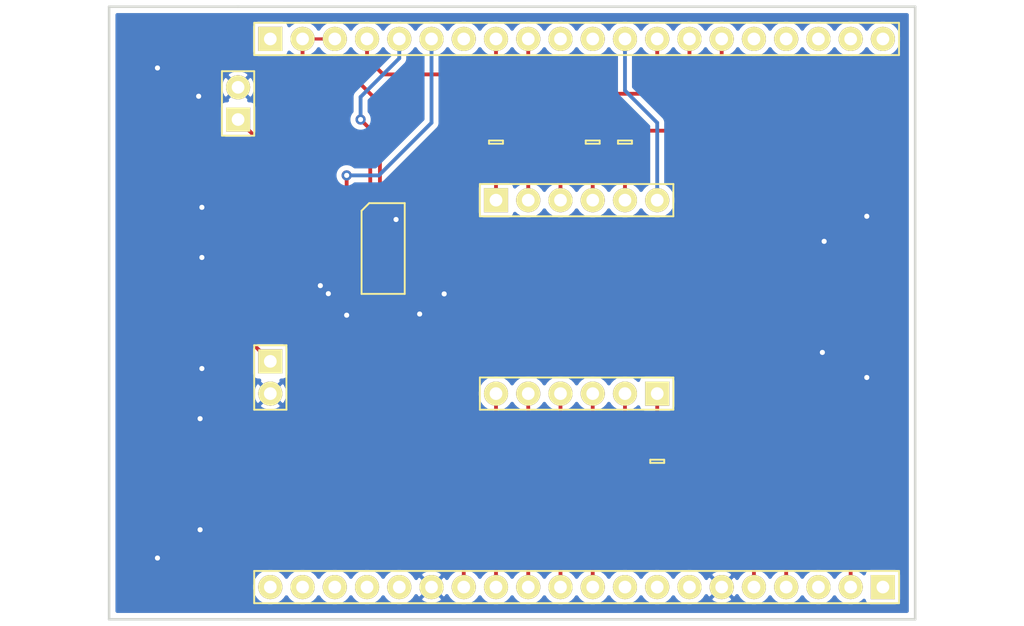
<source format=kicad_pcb>
(kicad_pcb (version 20171130) (host pcbnew 5.0.0-rc2-dev-unknown-5ef715f~63~ubuntu16.04.1)
  (layers (0 F.Cu signal) (31 B.Cu signal) (34 B.Paste user) (35 F.Paste user) (36 B.SilkS user) (37 F.SilkS user) (38 B.Mask user) (39 F.Mask user) (44 Edge.Cuts user))
  (net 0 "")
  (net 1 5v)
  (net 2 /DATA_IN)
  (net 3 /CLK_IN)
  (net 4 GND)
  (net 5 /CLK_IN_3v3)
  (net 6 /DATA_IN_3v3)
  (net 7 3v3)
  (net 8 /DISP_12)
  (net 9 /DISP_11)
  (net 10 /DISP_10)
  (net 11 /DISP_9)
  (net 12 /DISP_8)
  (net 13 /DISP_7)
  (net 14 /TRIGGER_OUT)
  (net 15 /DISP_1)
  (net 16 /CLK_OUT)
  (net 17 /DISP_2)
  (net 18 /DISP_3)
  (net 19 /DISP_6)
  (net 20 /DISP_4)
  (net 21 /DISP_5)
  (net 22 "Net-(J3-Pad1)")
  (net 23 "Net-(J3-Pad4)")
  (net 24 "Net-(J3-Pad5)")
  (net 25 "Net-(J4-Pad1)")
  (module agg:TSSOP-24 (layer F.Cu) (at 57.15 46.99)
    (fp_text reference IC1)
    (fp_text value SN74LVC4245A)
    (fp_line (start -1.1 -3.575) (end 1.7 -3.575) (layer F.SilkS) (width 0.15))
    (fp_line (start 1.7 -3.575) (end 1.7 3.575) (layer F.SilkS) (width 0.15))
    (fp_line (start 1.7 3.575) (end -1.7 3.575) (layer F.SilkS) (width 0.15))
    (fp_line (start -1.7 3.575) (end -1.7 -2.975) (layer F.SilkS) (width 0.15))
    (fp_line (start -1.7 -2.975) (end -1.1 -3.575) (layer F.SilkS) (width 0.15))
    (pad 1 smd rect (at -2.875 -3.575) (size 1.35 0.45) (layers F.Cu F.Paste F.Mask) (net 1 5v))
    (pad 2 smd rect (at -2.875 -2.925) (size 1.35 0.45) (layers F.Cu F.Paste F.Mask) (net 1 5v))
    (pad 3 smd rect (at -2.875 -2.275) (size 1.35 0.45) (layers F.Cu F.Paste F.Mask) (net 2 /DATA_IN))
    (pad 4 smd rect (at -2.875 -1.625) (size 1.35 0.45) (layers F.Cu F.Paste F.Mask) (net 3 /CLK_IN))
    (pad 5 smd rect (at -2.875 -0.975) (size 1.35 0.45) (layers F.Cu F.Paste F.Mask))
    (pad 6 smd rect (at -2.875 -0.325) (size 1.35 0.45) (layers F.Cu F.Paste F.Mask))
    (pad 7 smd rect (at -2.875 0.325) (size 1.35 0.45) (layers F.Cu F.Paste F.Mask))
    (pad 8 smd rect (at -2.875 0.975) (size 1.35 0.45) (layers F.Cu F.Paste F.Mask))
    (pad 9 smd rect (at -2.875 1.625) (size 1.35 0.45) (layers F.Cu F.Paste F.Mask))
    (pad 10 smd rect (at -2.875 2.275) (size 1.35 0.45) (layers F.Cu F.Paste F.Mask))
    (pad 11 smd rect (at -2.875 2.925) (size 1.35 0.45) (layers F.Cu F.Paste F.Mask) (net 4 GND))
    (pad 12 smd rect (at -2.875 3.575) (size 1.35 0.45) (layers F.Cu F.Paste F.Mask) (net 4 GND))
    (pad 13 smd rect (at 2.875 3.575) (size 1.35 0.45) (layers F.Cu F.Paste F.Mask) (net 4 GND))
    (pad 14 smd rect (at 2.875 2.925) (size 1.35 0.45) (layers F.Cu F.Paste F.Mask))
    (pad 15 smd rect (at 2.875 2.275) (size 1.35 0.45) (layers F.Cu F.Paste F.Mask))
    (pad 16 smd rect (at 2.875 1.625) (size 1.35 0.45) (layers F.Cu F.Paste F.Mask))
    (pad 17 smd rect (at 2.875 0.975) (size 1.35 0.45) (layers F.Cu F.Paste F.Mask))
    (pad 18 smd rect (at 2.875 0.325) (size 1.35 0.45) (layers F.Cu F.Paste F.Mask))
    (pad 19 smd rect (at 2.875 -0.325) (size 1.35 0.45) (layers F.Cu F.Paste F.Mask))
    (pad 20 smd rect (at 2.875 -0.975) (size 1.35 0.45) (layers F.Cu F.Paste F.Mask) (net 5 /CLK_IN_3v3))
    (pad 21 smd rect (at 2.875 -1.625) (size 1.35 0.45) (layers F.Cu F.Paste F.Mask) (net 6 /DATA_IN_3v3))
    (pad 22 smd rect (at 2.875 -2.275) (size 1.35 0.45) (layers F.Cu F.Paste F.Mask) (net 4 GND))
    (pad 23 smd rect (at 2.875 -2.925) (size 1.35 0.45) (layers F.Cu F.Paste F.Mask) (net 7 3v3))
    (pad 24 smd rect (at 2.875 -3.575) (size 1.35 0.45) (layers F.Cu F.Paste F.Mask) (net 7 3v3))
  )
  (module agg:SIL-254P-20 (layer F.Cu) (at 72.389999 73.66 180)
    (fp_text reference J1)
    (fp_text value GPIO0_EVEN)
    (fp_line (start -25.4 1.27) (end -25.4 -1.27) (layer F.SilkS) (width 0.15))
    (fp_line (start 25.4 1.27) (end -25.4 1.27) (layer F.SilkS) (width 0.15))
    (fp_line (start 25.4 -1.27) (end 25.4 1.27) (layer F.SilkS) (width 0.15))
    (fp_line (start -25.4 -1.27) (end 25.4 -1.27) (layer F.SilkS) (width 0.15))
    (pad 20 thru_hole circle (at 24.13 0 180) (size 1.9 1.9) (drill 1) (layers *.Cu *.Mask F.SilkS))
    (pad 19 thru_hole circle (at 21.59 0 180) (size 1.9 1.9) (drill 1) (layers *.Cu *.Mask F.SilkS))
    (pad 18 thru_hole circle (at 19.05 0 180) (size 1.9 1.9) (drill 1) (layers *.Cu *.Mask F.SilkS))
    (pad 17 thru_hole circle (at 16.51 0 180) (size 1.9 1.9) (drill 1) (layers *.Cu *.Mask F.SilkS))
    (pad 16 thru_hole circle (at 13.97 0 180) (size 1.9 1.9) (drill 1) (layers *.Cu *.Mask F.SilkS))
    (pad 15 thru_hole circle (at 11.43 0 180) (size 1.9 1.9) (drill 1) (layers *.Cu *.Mask F.SilkS) (net 4 GND))
    (pad 14 thru_hole circle (at 8.89 0 180) (size 1.9 1.9) (drill 1) (layers *.Cu *.Mask F.SilkS) (net 8 /DISP_12))
    (pad 13 thru_hole circle (at 6.35 0 180) (size 1.9 1.9) (drill 1) (layers *.Cu *.Mask F.SilkS) (net 9 /DISP_11))
    (pad 12 thru_hole circle (at 3.81 0 180) (size 1.9 1.9) (drill 1) (layers *.Cu *.Mask F.SilkS) (net 10 /DISP_10))
    (pad 11 thru_hole circle (at 1.27 0 180) (size 1.9 1.9) (drill 1) (layers *.Cu *.Mask F.SilkS) (net 11 /DISP_9))
    (pad 10 thru_hole circle (at -1.27 0 180) (size 1.9 1.9) (drill 1) (layers *.Cu *.Mask F.SilkS) (net 12 /DISP_8))
    (pad 9 thru_hole circle (at -3.81 0 180) (size 1.9 1.9) (drill 1) (layers *.Cu *.Mask F.SilkS))
    (pad 8 thru_hole circle (at -6.35 0 180) (size 1.9 1.9) (drill 1) (layers *.Cu *.Mask F.SilkS))
    (pad 7 thru_hole circle (at -8.89 0 180) (size 1.9 1.9) (drill 1) (layers *.Cu *.Mask F.SilkS))
    (pad 6 thru_hole circle (at -11.43 0 180) (size 1.9 1.9) (drill 1) (layers *.Cu *.Mask F.SilkS) (net 4 GND))
    (pad 5 thru_hole circle (at -13.97 0 180) (size 1.9 1.9) (drill 1) (layers *.Cu *.Mask F.SilkS) (net 13 /DISP_7))
    (pad 4 thru_hole circle (at -16.51 0 180) (size 1.9 1.9) (drill 1) (layers *.Cu *.Mask F.SilkS) (net 6 /DATA_IN_3v3))
    (pad 3 thru_hole circle (at -19.05 0 180) (size 1.9 1.9) (drill 1) (layers *.Cu *.Mask F.SilkS))
    (pad 2 thru_hole circle (at -21.59 0 180) (size 1.9 1.9) (drill 1) (layers *.Cu *.Mask F.SilkS) (net 14 /TRIGGER_OUT))
    (pad 1 thru_hole rect (at -24.13 0 180) (size 1.9 1.9) (drill 1) (layers *.Cu *.Mask F.SilkS))
  )
  (module agg:SIL-254P-20 (layer F.Cu) (at 72.39 30.48)
    (fp_text reference J2)
    (fp_text value GPIO1_ODD)
    (fp_line (start -25.4 -1.27) (end 25.4 -1.27) (layer F.SilkS) (width 0.15))
    (fp_line (start 25.4 -1.27) (end 25.4 1.27) (layer F.SilkS) (width 0.15))
    (fp_line (start 25.4 1.27) (end -25.4 1.27) (layer F.SilkS) (width 0.15))
    (fp_line (start -25.4 1.27) (end -25.4 -1.27) (layer F.SilkS) (width 0.15))
    (pad 1 thru_hole rect (at -24.13 0) (size 1.9 1.9) (drill 1) (layers *.Cu *.Mask F.SilkS))
    (pad 2 thru_hole circle (at -21.59 0) (size 1.9 1.9) (drill 1) (layers *.Cu *.Mask F.SilkS) (net 5 /CLK_IN_3v3))
    (pad 3 thru_hole circle (at -19.05 0) (size 1.9 1.9) (drill 1) (layers *.Cu *.Mask F.SilkS) (net 5 /CLK_IN_3v3))
    (pad 4 thru_hole circle (at -16.51 0) (size 1.9 1.9) (drill 1) (layers *.Cu *.Mask F.SilkS) (net 15 /DISP_1))
    (pad 5 thru_hole circle (at -13.97 0) (size 1.9 1.9) (drill 1) (layers *.Cu *.Mask F.SilkS) (net 16 /CLK_OUT))
    (pad 6 thru_hole circle (at -11.43 0) (size 1.9 1.9) (drill 1) (layers *.Cu *.Mask F.SilkS) (net 1 5v))
    (pad 7 thru_hole circle (at -8.89 0) (size 1.9 1.9) (drill 1) (layers *.Cu *.Mask F.SilkS))
    (pad 8 thru_hole circle (at -6.35 0) (size 1.9 1.9) (drill 1) (layers *.Cu *.Mask F.SilkS) (net 17 /DISP_2))
    (pad 9 thru_hole circle (at -3.81 0) (size 1.9 1.9) (drill 1) (layers *.Cu *.Mask F.SilkS) (net 18 /DISP_3))
    (pad 10 thru_hole circle (at -1.27 0) (size 1.9 1.9) (drill 1) (layers *.Cu *.Mask F.SilkS))
    (pad 11 thru_hole circle (at 1.27 0) (size 1.9 1.9) (drill 1) (layers *.Cu *.Mask F.SilkS))
    (pad 12 thru_hole circle (at 3.81 0) (size 1.9 1.9) (drill 1) (layers *.Cu *.Mask F.SilkS) (net 19 /DISP_6))
    (pad 13 thru_hole circle (at 6.35 0) (size 1.9 1.9) (drill 1) (layers *.Cu *.Mask F.SilkS) (net 20 /DISP_4))
    (pad 14 thru_hole circle (at 8.89 0) (size 1.9 1.9) (drill 1) (layers *.Cu *.Mask F.SilkS) (net 21 /DISP_5))
    (pad 15 thru_hole circle (at 11.43 0) (size 1.9 1.9) (drill 1) (layers *.Cu *.Mask F.SilkS) (net 7 3v3))
    (pad 16 thru_hole circle (at 13.97 0) (size 1.9 1.9) (drill 1) (layers *.Cu *.Mask F.SilkS))
    (pad 17 thru_hole circle (at 16.51 0) (size 1.9 1.9) (drill 1) (layers *.Cu *.Mask F.SilkS))
    (pad 18 thru_hole circle (at 19.05 0) (size 1.9 1.9) (drill 1) (layers *.Cu *.Mask F.SilkS))
    (pad 19 thru_hole circle (at 21.59 0) (size 1.9 1.9) (drill 1) (layers *.Cu *.Mask F.SilkS))
    (pad 20 thru_hole circle (at 24.13 0) (size 1.9 1.9) (drill 1) (layers *.Cu *.Mask F.SilkS))
  )
  (module agg:SIL-254P-06 (layer F.Cu) (at 72.39 43.18)
    (fp_text reference J3)
    (fp_text value "DISP TOP")
    (fp_line (start -7.62 -1.27) (end 7.62 -1.27) (layer F.SilkS) (width 0.15))
    (fp_line (start 7.62 -1.27) (end 7.62 1.27) (layer F.SilkS) (width 0.15))
    (fp_line (start 7.62 1.27) (end -7.62 1.27) (layer F.SilkS) (width 0.15))
    (fp_line (start -7.62 1.27) (end -7.62 -1.27) (layer F.SilkS) (width 0.15))
    (pad 1 thru_hole rect (at -6.35 0) (size 1.9 1.9) (drill 1) (layers *.Cu *.Mask F.SilkS) (net 22 "Net-(J3-Pad1)"))
    (pad 2 thru_hole circle (at -3.81 0) (size 1.9 1.9) (drill 1) (layers *.Cu *.Mask F.SilkS) (net 17 /DISP_2))
    (pad 3 thru_hole circle (at -1.27 0) (size 1.9 1.9) (drill 1) (layers *.Cu *.Mask F.SilkS) (net 18 /DISP_3))
    (pad 4 thru_hole circle (at 1.27 0) (size 1.9 1.9) (drill 1) (layers *.Cu *.Mask F.SilkS) (net 23 "Net-(J3-Pad4)"))
    (pad 5 thru_hole circle (at 3.81 0) (size 1.9 1.9) (drill 1) (layers *.Cu *.Mask F.SilkS) (net 24 "Net-(J3-Pad5)"))
    (pad 6 thru_hole circle (at 6.35 0) (size 1.9 1.9) (drill 1) (layers *.Cu *.Mask F.SilkS) (net 19 /DISP_6))
  )
  (module agg:SIL-254P-06 (layer F.Cu) (at 72.39 58.42 180)
    (fp_text reference J4)
    (fp_text value "DISP BOT")
    (fp_line (start -7.62 1.27) (end -7.62 -1.27) (layer F.SilkS) (width 0.15))
    (fp_line (start 7.62 1.27) (end -7.62 1.27) (layer F.SilkS) (width 0.15))
    (fp_line (start 7.62 -1.27) (end 7.62 1.27) (layer F.SilkS) (width 0.15))
    (fp_line (start -7.62 -1.27) (end 7.62 -1.27) (layer F.SilkS) (width 0.15))
    (pad 6 thru_hole circle (at 6.35 0 180) (size 1.9 1.9) (drill 1) (layers *.Cu *.Mask F.SilkS) (net 8 /DISP_12))
    (pad 5 thru_hole circle (at 3.81 0 180) (size 1.9 1.9) (drill 1) (layers *.Cu *.Mask F.SilkS) (net 9 /DISP_11))
    (pad 4 thru_hole circle (at 1.27 0 180) (size 1.9 1.9) (drill 1) (layers *.Cu *.Mask F.SilkS) (net 10 /DISP_10))
    (pad 3 thru_hole circle (at -1.27 0 180) (size 1.9 1.9) (drill 1) (layers *.Cu *.Mask F.SilkS) (net 11 /DISP_9))
    (pad 2 thru_hole circle (at -3.81 0 180) (size 1.9 1.9) (drill 1) (layers *.Cu *.Mask F.SilkS) (net 12 /DISP_8))
    (pad 1 thru_hole rect (at -6.35 0 180) (size 1.9 1.9) (drill 1) (layers *.Cu *.Mask F.SilkS) (net 25 "Net-(J4-Pad1)"))
  )
  (module agg:SIL-254P-02 (layer F.Cu) (at 45.72 35.560001 90)
    (fp_text reference J5)
    (fp_text value PIN)
    (fp_line (start -2.54 -1.27) (end 2.54 -1.27) (layer F.SilkS) (width 0.15))
    (fp_line (start 2.54 -1.27) (end 2.54 1.27) (layer F.SilkS) (width 0.15))
    (fp_line (start 2.54 1.27) (end -2.54 1.27) (layer F.SilkS) (width 0.15))
    (fp_line (start -2.54 1.27) (end -2.54 -1.27) (layer F.SilkS) (width 0.15))
    (pad 1 thru_hole rect (at -1.27 0 90) (size 1.9 1.9) (drill 1) (layers *.Cu *.Mask F.SilkS) (net 2 /DATA_IN))
    (pad 2 thru_hole circle (at 1.27 0 90) (size 1.9 1.9) (drill 1) (layers *.Cu *.Mask F.SilkS) (net 4 GND))
  )
  (module agg:SIL-254P-02 (layer F.Cu) (at 48.26 57.15 270)
    (fp_text reference J6)
    (fp_text value PIN)
    (fp_line (start -2.54 1.27) (end -2.54 -1.27) (layer F.SilkS) (width 0.15))
    (fp_line (start 2.54 1.27) (end -2.54 1.27) (layer F.SilkS) (width 0.15))
    (fp_line (start 2.54 -1.27) (end 2.54 1.27) (layer F.SilkS) (width 0.15))
    (fp_line (start -2.54 -1.27) (end 2.54 -1.27) (layer F.SilkS) (width 0.15))
    (pad 2 thru_hole circle (at 1.27 0 270) (size 1.9 1.9) (drill 1) (layers *.Cu *.Mask F.SilkS) (net 4 GND))
    (pad 1 thru_hole rect (at -1.27 0 270) (size 1.9 1.9) (drill 1) (layers *.Cu *.Mask F.SilkS) (net 3 /CLK_IN))
  )
  (module agg:0805 (layer F.Cu) (at 66.04 38.608 90)
    (fp_text reference R1)
    (fp_text value 330R)
    (fp_line (start -0.125 -0.55) (end 0.125 -0.55) (layer F.SilkS) (width 0.15))
    (fp_line (start 0.125 -0.55) (end 0.125 0.55) (layer F.SilkS) (width 0.15))
    (fp_line (start 0.125 0.55) (end -0.125 0.55) (layer F.SilkS) (width 0.15))
    (fp_line (start -0.125 0.55) (end -0.125 -0.55) (layer F.SilkS) (width 0.15))
    (pad 1 smd rect (at -0.9 0 90) (size 1.15 1.45) (layers F.Cu F.Paste F.Mask) (net 22 "Net-(J3-Pad1)"))
    (pad 2 smd rect (at 0.9 0 90) (size 1.15 1.45) (layers F.Cu F.Paste F.Mask) (net 15 /DISP_1))
  )
  (module agg:0805 (layer F.Cu) (at 73.66 38.608 90)
    (fp_text reference R2)
    (fp_text value 330R)
    (fp_line (start -0.125 0.55) (end -0.125 -0.55) (layer F.SilkS) (width 0.15))
    (fp_line (start 0.125 0.55) (end -0.125 0.55) (layer F.SilkS) (width 0.15))
    (fp_line (start 0.125 -0.55) (end 0.125 0.55) (layer F.SilkS) (width 0.15))
    (fp_line (start -0.125 -0.55) (end 0.125 -0.55) (layer F.SilkS) (width 0.15))
    (pad 2 smd rect (at 0.9 0 90) (size 1.15 1.45) (layers F.Cu F.Paste F.Mask) (net 20 /DISP_4))
    (pad 1 smd rect (at -0.9 0 90) (size 1.15 1.45) (layers F.Cu F.Paste F.Mask) (net 23 "Net-(J3-Pad4)"))
  )
  (module agg:0805 (layer F.Cu) (at 76.2 38.608 90)
    (fp_text reference R3)
    (fp_text value 330R)
    (fp_line (start -0.125 -0.55) (end 0.125 -0.55) (layer F.SilkS) (width 0.15))
    (fp_line (start 0.125 -0.55) (end 0.125 0.55) (layer F.SilkS) (width 0.15))
    (fp_line (start 0.125 0.55) (end -0.125 0.55) (layer F.SilkS) (width 0.15))
    (fp_line (start -0.125 0.55) (end -0.125 -0.55) (layer F.SilkS) (width 0.15))
    (pad 1 smd rect (at -0.9 0 90) (size 1.15 1.45) (layers F.Cu F.Paste F.Mask) (net 24 "Net-(J3-Pad5)"))
    (pad 2 smd rect (at 0.9 0 90) (size 1.15 1.45) (layers F.Cu F.Paste F.Mask) (net 21 /DISP_5))
  )
  (module agg:0805 (layer F.Cu) (at 78.74 63.754 90)
    (fp_text reference R4)
    (fp_text value 330R)
    (fp_line (start -0.125 0.55) (end -0.125 -0.55) (layer F.SilkS) (width 0.15))
    (fp_line (start 0.125 0.55) (end -0.125 0.55) (layer F.SilkS) (width 0.15))
    (fp_line (start 0.125 -0.55) (end 0.125 0.55) (layer F.SilkS) (width 0.15))
    (fp_line (start -0.125 -0.55) (end 0.125 -0.55) (layer F.SilkS) (width 0.15))
    (pad 2 smd rect (at 0.9 0 90) (size 1.15 1.45) (layers F.Cu F.Paste F.Mask) (net 25 "Net-(J4-Pad1)"))
    (pad 1 smd rect (at -0.9 0 90) (size 1.15 1.45) (layers F.Cu F.Paste F.Mask) (net 13 /DISP_7))
  )
  (module agg:SMA-EDGE (layer F.Cu) (at 95.25 50.8 270)
    (fp_text reference P1)
    (fp_text value COAX)
    (pad 2 smd rect (at 4.375 0 270) (size 2.4 5) (layers F.Cu F.Paste F.Mask) (net 4 GND))
    (pad 2 smd rect (at -4.375 0 270) (size 2.4 5) (layers F.Cu F.Paste F.Mask) (net 4 GND))
    (pad 2 smd rect (at -4.375 0 270) (size 2.4 5) (layers B.Cu B.Paste B.Mask) (net 4 GND))
    (pad 2 smd rect (at 4.375 0 270) (size 2.4 5) (layers B.Cu B.Paste B.Mask) (net 4 GND))
    (pad 1 smd rect (at 0 0 270) (size 2.3 5) (layers F.Cu F.Paste F.Mask) (net 14 /TRIGGER_OUT))
  )
  (module agg:SMA-EDGE (layer F.Cu) (at 39.37 64.77 90)
    (fp_text reference P2)
    (fp_text value COAX)
    (pad 1 smd rect (at 0 0 90) (size 2.3 5) (layers F.Cu F.Paste F.Mask) (net 16 /CLK_OUT))
    (pad 2 smd rect (at 4.375 0 90) (size 2.4 5) (layers B.Cu B.Paste B.Mask) (net 4 GND))
    (pad 2 smd rect (at -4.375 0 90) (size 2.4 5) (layers B.Cu B.Paste B.Mask) (net 4 GND))
    (pad 2 smd rect (at -4.375 0 90) (size 2.4 5) (layers F.Cu F.Paste F.Mask) (net 4 GND))
    (pad 2 smd rect (at 4.375 0 90) (size 2.4 5) (layers F.Cu F.Paste F.Mask) (net 4 GND))
  )
  (module agg:SMA-EDGE (layer F.Cu) (at 39.37 39.37 90)
    (fp_text reference P3)
    (fp_text value COAX)
    (pad 2 smd rect (at 4.375 0 90) (size 2.4 5) (layers F.Cu F.Paste F.Mask) (net 4 GND))
    (pad 2 smd rect (at -4.375 0 90) (size 2.4 5) (layers F.Cu F.Paste F.Mask) (net 4 GND))
    (pad 2 smd rect (at -4.375 0 90) (size 2.4 5) (layers B.Cu B.Paste B.Mask) (net 4 GND))
    (pad 2 smd rect (at 4.375 0 90) (size 2.4 5) (layers B.Cu B.Paste B.Mask) (net 4 GND))
    (pad 1 smd rect (at 0 0 90) (size 2.3 5) (layers F.Cu F.Paste F.Mask) (net 2 /DATA_IN))
  )
  (module agg:SMA-EDGE (layer F.Cu) (at 39.37 52.07 90)
    (fp_text reference P4)
    (fp_text value COAX)
    (pad 1 smd rect (at 0 0 90) (size 2.3 5) (layers F.Cu F.Paste F.Mask) (net 3 /CLK_IN))
    (pad 2 smd rect (at 4.375 0 90) (size 2.4 5) (layers B.Cu B.Paste B.Mask) (net 4 GND))
    (pad 2 smd rect (at -4.375 0 90) (size 2.4 5) (layers B.Cu B.Paste B.Mask) (net 4 GND))
    (pad 2 smd rect (at -4.375 0 90) (size 2.4 5) (layers F.Cu F.Paste F.Mask) (net 4 GND))
    (pad 2 smd rect (at 4.375 0 90) (size 2.4 5) (layers F.Cu F.Paste F.Mask) (net 4 GND))
  )
  (gr_line (start 35.56 76.2) (end 45.72 76.2) (layer Edge.Cuts) (width 0.2))
  (gr_line (start 35.56 27.94) (end 35.56 76.2) (layer Edge.Cuts) (width 0.2))
  (gr_line (start 45.72 27.94) (end 35.56 27.94) (layer Edge.Cuts) (width 0.2))
  (gr_line (start 99.06 76.2) (end 45.72 76.2) (layer Edge.Cuts) (width 0.2))
  (gr_line (start 99.06 27.94) (end 99.06 76.2) (layer Edge.Cuts) (width 0.2))
  (gr_line (start 45.72 27.94) (end 99.06 27.94) (layer Edge.Cuts) (width 0.2))
  (segment (start 54.275 44.715) (end 52.335 44.715) (width 0.3) (layer F.Cu) (net 2))
  (segment (start 46.99 39.37) (end 39.37 39.37) (width 0.3) (layer F.Cu) (net 2))
  (segment (start 52.335 44.715) (end 46.99 39.37) (width 0.3) (layer F.Cu) (net 2))
  (segment (start 46.99 39.37) (end 46.99 38.1) (width 0.3) (layer F.Cu) (net 2))
  (segment (start 45.720001 36.830001) (end 45.72 36.830001) (width 0.3) (layer F.Cu) (net 2))
  (segment (start 46.99 38.1) (end 45.720001 36.830001) (width 0.3) (layer F.Cu) (net 2))
  (segment (start 54.275 45.365) (end 52.425 45.365) (width 0.3) (layer F.Cu) (net 3))
  (segment (start 45.72 52.07) (end 39.37 52.07) (width 0.3) (layer F.Cu) (net 3))
  (segment (start 52.425 45.365) (end 45.72 52.07) (width 0.3) (layer F.Cu) (net 3))
  (segment (start 45.72 53.34) (end 45.72 52.07) (width 0.3) (layer F.Cu) (net 3))
  (segment (start 48.26 55.88) (end 45.72 53.34) (width 0.3) (layer F.Cu) (net 3))
  (segment (start 50.8 32.004) (end 50.8 30.48) (width 0.3) (layer F.Cu) (net 5))
  (segment (start 60.025 46.015) (end 58.207 46.015) (width 0.3) (layer F.Cu) (net 5))
  (segment (start 58.207 46.015) (end 56.896 44.704) (width 0.3) (layer F.Cu) (net 5))
  (segment (start 56.896 44.704) (end 56.896 35.56) (width 0.3) (layer F.Cu) (net 5))
  (segment (start 54.102 32.766) (end 51.562 32.766) (width 0.3) (layer F.Cu) (net 5))
  (segment (start 56.896 35.56) (end 54.102 32.766) (width 0.3) (layer F.Cu) (net 5))
  (segment (start 51.562 32.766) (end 50.8 32.004) (width 0.3) (layer F.Cu) (net 5))
  (segment (start 60.025 45.365) (end 62.383 45.365) (width 0.3) (layer F.Cu) (net 6))
  (segment (start 62.383 45.365) (end 64.77 47.752) (width 0.3) (layer F.Cu) (net 6))
  (segment (start 64.77 47.752) (end 82.042 47.752) (width 0.3) (layer F.Cu) (net 6))
  (segment (start 88.899999 54.609999) (end 88.899999 73.66) (width 0.3) (layer F.Cu) (net 6))
  (segment (start 82.042 47.752) (end 88.899999 54.609999) (width 0.3) (layer F.Cu) (net 6))
  (segment (start 83.82 30.48) (end 83.82 45.212) (width 0.3) (layer F.Cu) (net 7))
  (segment (start 83.82 45.212) (end 82.55 46.482) (width 0.3) (layer F.Cu) (net 7))
  (segment (start 82.55 46.482) (end 65.278 46.482) (width 0.3) (layer F.Cu) (net 7))
  (segment (start 62.861 44.065) (end 60.025 44.065) (width 0.3) (layer F.Cu) (net 7))
  (segment (start 65.278 46.482) (end 62.861 44.065) (width 0.3) (layer F.Cu) (net 7))
  (segment (start 60.025 43.415) (end 60.025 44.065) (width 0.3) (layer F.Cu) (net 7))
  (segment (start 63.499999 73.66) (end 63.499999 66.802001) (width 0.3) (layer F.Cu) (net 8))
  (segment (start 66.04 64.262) (end 66.04 58.42) (width 0.3) (layer F.Cu) (net 8))
  (segment (start 63.499999 66.802001) (end 66.04 64.262) (width 0.3) (layer F.Cu) (net 8))
  (segment (start 66.039999 73.66) (end 66.039999 67.564001) (width 0.3) (layer F.Cu) (net 9))
  (segment (start 68.58 65.024) (end 68.58 58.42) (width 0.3) (layer F.Cu) (net 9))
  (segment (start 66.039999 67.564001) (end 68.58 65.024) (width 0.3) (layer F.Cu) (net 9))
  (segment (start 68.579999 73.66) (end 68.579999 68.072001) (width 0.3) (layer F.Cu) (net 10))
  (segment (start 71.12 65.532) (end 71.12 58.42) (width 0.3) (layer F.Cu) (net 10))
  (segment (start 68.579999 68.072001) (end 71.12 65.532) (width 0.3) (layer F.Cu) (net 10))
  (segment (start 71.119999 73.66) (end 71.119999 67.818001) (width 0.3) (layer F.Cu) (net 11))
  (segment (start 73.66 65.278) (end 73.66 58.42) (width 0.3) (layer F.Cu) (net 11))
  (segment (start 71.119999 67.818001) (end 73.66 65.278) (width 0.3) (layer F.Cu) (net 11))
  (segment (start 73.659999 73.66) (end 73.659999 68.326001) (width 0.3) (layer F.Cu) (net 12))
  (segment (start 76.2 65.786) (end 76.2 58.42) (width 0.3) (layer F.Cu) (net 12))
  (segment (start 73.659999 68.326001) (end 76.2 65.786) (width 0.3) (layer F.Cu) (net 12))
  (segment (start 84.72 64.654) (end 79.756 64.654) (width 0.3) (layer F.Cu) (net 13))
  (segment (start 79.756 64.654) (end 78.74 64.654) (width 0.3) (layer F.Cu) (net 13))
  (segment (start 86.359999 66.293999) (end 84.72 64.654) (width 0.3) (layer F.Cu) (net 13))
  (segment (start 86.359999 73.66) (end 86.359999 66.293999) (width 0.3) (layer F.Cu) (net 13))
  (segment (start 93.979999 72.135999) (end 93.979999 73.66) (width 0.3) (layer F.Cu) (net 14))
  (segment (start 93.472 71.628) (end 93.979999 72.135999) (width 0.3) (layer F.Cu) (net 14))
  (segment (start 95.25 50.8) (end 91.694 50.8) (width 0.3) (layer F.Cu) (net 14))
  (segment (start 91.948 71.628) (end 93.472 71.628) (width 0.3) (layer F.Cu) (net 14))
  (segment (start 90.678 51.816) (end 90.678 70.358) (width 0.3) (layer F.Cu) (net 14))
  (segment (start 91.694 50.8) (end 90.678 51.816) (width 0.3) (layer F.Cu) (net 14))
  (segment (start 90.678 70.358) (end 91.948 71.628) (width 0.3) (layer F.Cu) (net 14))
  (segment (start 66.04 37.708) (end 66.04 36.83) (width 0.3) (layer F.Cu) (net 15))
  (segment (start 66.04 36.83) (end 62.484 33.274) (width 0.3) (layer F.Cu) (net 15))
  (segment (start 62.484 33.274) (end 57.15 33.274) (width 0.3) (layer F.Cu) (net 15))
  (segment (start 55.88 32.004) (end 55.88 30.48) (width 0.3) (layer F.Cu) (net 15))
  (segment (start 57.15 33.274) (end 55.88 32.004) (width 0.3) (layer F.Cu) (net 15))
  (segment (start 39.37 64.77) (end 49.276 64.77) (width 0.3) (layer F.Cu) (net 16))
  (segment (start 49.276 64.77) (end 56.134 57.912) (width 0.3) (layer F.Cu) (net 16))
  (segment (start 56.134 57.912) (end 56.134 37.592) (width 0.3) (layer F.Cu) (net 16))
  (segment (start 56.134 37.592) (end 55.372 36.83) (width 0.3) (layer F.Cu) (net 16))
  (via (at 55.372 36.83) (size 0.8) (drill 0.4) (layers F.Cu B.Cu) (net 16))
  (segment (start 55.372 36.83) (end 55.372 35.052) (width 0.3) (layer B.Cu) (net 16))
  (segment (start 58.42 32.004) (end 58.42 30.48) (width 0.3) (layer B.Cu) (net 16))
  (segment (start 55.372 35.052) (end 58.42 32.004) (width 0.3) (layer B.Cu) (net 16))
  (segment (start 68.58 43.18) (end 68.58 36.576) (width 0.3) (layer F.Cu) (net 17))
  (segment (start 66.04 34.036) (end 66.04 30.48) (width 0.3) (layer F.Cu) (net 17))
  (segment (start 68.58 36.576) (end 66.04 34.036) (width 0.3) (layer F.Cu) (net 17))
  (segment (start 71.12 43.18) (end 71.12 36.576) (width 0.3) (layer F.Cu) (net 18))
  (segment (start 68.58 34.036) (end 68.58 30.48) (width 0.3) (layer F.Cu) (net 18))
  (segment (start 71.12 36.576) (end 68.58 34.036) (width 0.3) (layer F.Cu) (net 18))
  (segment (start 78.74 43.18) (end 78.74 37.084) (width 0.3) (layer B.Cu) (net 19))
  (segment (start 76.2 34.544) (end 76.2 30.48) (width 0.3) (layer B.Cu) (net 19))
  (segment (start 78.74 37.084) (end 76.2 34.544) (width 0.3) (layer B.Cu) (net 19))
  (segment (start 78.74 33.528) (end 78.74 30.48) (width 0.3) (layer F.Cu) (net 20))
  (segment (start 73.66 37.708) (end 73.66 35.814) (width 0.3) (layer F.Cu) (net 20))
  (segment (start 73.66 35.814) (end 74.676 34.798) (width 0.3) (layer F.Cu) (net 20))
  (segment (start 74.676 34.798) (end 77.47 34.798) (width 0.3) (layer F.Cu) (net 20))
  (segment (start 77.47 34.798) (end 78.74 33.528) (width 0.3) (layer F.Cu) (net 20))
  (segment (start 81.28 33.274) (end 81.28 30.48) (width 0.3) (layer F.Cu) (net 21))
  (segment (start 76.2 37.708) (end 79.894 37.708) (width 0.3) (layer F.Cu) (net 21))
  (segment (start 81.28 36.322) (end 81.28 33.274) (width 0.3) (layer F.Cu) (net 21))
  (segment (start 79.894 37.708) (end 81.28 36.322) (width 0.3) (layer F.Cu) (net 21))
  (segment (start 66.04 39.508) (end 66.04 43.18) (width 0.3) (layer F.Cu) (net 22))
  (segment (start 73.66 43.18) (end 73.66 39.508) (width 0.3) (layer F.Cu) (net 23))
  (segment (start 76.2 39.508) (end 76.2 43.18) (width 0.3) (layer F.Cu) (net 24))
  (segment (start 78.74 58.42) (end 78.74 62.854) (width 0.3) (layer F.Cu) (net 25))
  (segment (start 54.275 44.065) (end 54.275 43.415) (width 0.3) (layer F.Cu) (net 1))
  (segment (start 54.275 43.415) (end 54.275 41.229) (width 0.3) (layer F.Cu) (net 1))
  (via (at 54.275 41.229) (size 0.8) (drill 0.4) (layers F.Cu B.Cu) (net 1))
  (segment (start 54.275 41.229) (end 56.815 41.229) (width 0.3) (layer B.Cu) (net 1))
  (segment (start 60.96 37.084) (end 60.96 30.48) (width 0.3) (layer B.Cu) (net 1))
  (segment (start 56.815 41.229) (end 60.96 37.084) (width 0.3) (layer B.Cu) (net 1))
  (segment (start 54.275 49.915) (end 52.201 49.915) (width 0.25) (layer F.Cu) (net 4))
  (via (at 52.201 49.915) (size 0.8) (drill 0.4) (layers F.Cu B.Cu) (net 4))
  (segment (start 54.275 50.565) (end 54.275 52.243) (width 0.25) (layer F.Cu) (net 4))
  (via (at 54.275 52.243) (size 0.8) (drill 0.4) (layers F.Cu B.Cu) (net 4))
  (segment (start 60.025 50.565) (end 60.025 52.151) (width 0.25) (layer F.Cu) (net 4))
  (via (at 60.025 52.151) (size 0.8) (drill 0.4) (layers F.Cu B.Cu) (net 4))
  (segment (start 60.025 50.565) (end 61.957 50.565) (width 0.25) (layer F.Cu) (net 4))
  (via (at 61.957 50.565) (size 0.8) (drill 0.4) (layers F.Cu B.Cu) (net 4))
  (segment (start 54.275 50.565) (end 52.851 50.565) (width 0.25) (layer F.Cu) (net 4))
  (via (at 52.832 50.546) (size 0.8) (drill 0.4) (layers F.Cu B.Cu) (net 4))
  (segment (start 52.851 50.565) (end 52.832 50.546) (width 0.25) (layer F.Cu) (net 4))
  (segment (start 95.25 55.175) (end 95.25 57.15) (width 0.25) (layer F.Cu) (net 4))
  (via (at 95.25 57.15) (size 0.8) (drill 0.4) (layers F.Cu B.Cu) (net 4))
  (segment (start 95.25 55.175) (end 91.751 55.175) (width 0.25) (layer F.Cu) (net 4))
  (via (at 91.751 55.175) (size 0.8) (drill 0.4) (layers F.Cu B.Cu) (net 4))
  (via (at 95.25 44.45) (size 0.8) (drill 0.4) (layers F.Cu B.Cu) (net 4))
  (segment (start 95.25 46.425) (end 95.25 44.45) (width 0.25) (layer F.Cu) (net 4))
  (segment (start 95.25 46.425) (end 91.891 46.425) (width 0.25) (layer F.Cu) (net 4))
  (via (at 91.891 46.425) (size 0.8) (drill 0.4) (layers F.Cu B.Cu) (net 4))
  (segment (start 39.37 34.995) (end 39.37 32.766) (width 0.25) (layer F.Cu) (net 4))
  (via (at 39.37 32.766) (size 0.8) (drill 0.4) (layers F.Cu B.Cu) (net 4))
  (segment (start 39.37 34.995) (end 42.615 34.995) (width 0.25) (layer F.Cu) (net 4))
  (via (at 42.615 34.995) (size 0.8) (drill 0.4) (layers F.Cu B.Cu) (net 4))
  (segment (start 39.37 43.745) (end 42.869 43.745) (width 0.25) (layer F.Cu) (net 4))
  (via (at 42.869 43.745) (size 0.8) (drill 0.4) (layers F.Cu B.Cu) (net 4))
  (segment (start 39.37 47.695) (end 42.869 47.695) (width 0.25) (layer F.Cu) (net 4))
  (via (at 42.869 47.695) (size 0.8) (drill 0.4) (layers F.Cu B.Cu) (net 4))
  (segment (start 39.37 56.445) (end 42.869 56.445) (width 0.25) (layer F.Cu) (net 4))
  (via (at 42.869 56.445) (size 0.8) (drill 0.4) (layers F.Cu B.Cu) (net 4))
  (segment (start 39.37 60.395) (end 42.729 60.395) (width 0.25) (layer F.Cu) (net 4))
  (via (at 42.729 60.395) (size 0.8) (drill 0.4) (layers F.Cu B.Cu) (net 4))
  (segment (start 39.37 69.145) (end 42.729 69.145) (width 0.25) (layer F.Cu) (net 4))
  (via (at 42.729 69.145) (size 0.8) (drill 0.4) (layers F.Cu B.Cu) (net 4))
  (segment (start 39.37 69.145) (end 39.37 71.374) (width 0.25) (layer F.Cu) (net 4))
  (via (at 39.37 71.374) (size 0.8) (drill 0.4) (layers F.Cu B.Cu) (net 4))
  (segment (start 60.025 44.715) (end 58.177 44.715) (width 0.25) (layer F.Cu) (net 4))
  (via (at 58.166 44.704) (size 0.8) (drill 0.4) (layers F.Cu B.Cu) (net 4))
  (segment (start 58.177 44.715) (end 58.166 44.704) (width 0.25) (layer F.Cu) (net 4))
  (segment (start 50.8 30.48) (end 53.34 30.48) (width 0.25) (layer F.Cu) (net 5))
  (zone (net 4) (net_name GND) (layer B.Cu) (connect_pads (clearance 0.4)) (min_thickness 0.29) (fill yes (mode segment) (arc_segments 32) (thermal_gap 0.3) (thermal_bridge_width 0.3))
    (polygon (pts (xy 35.56 27.94) (xy 99.06 27.94) (xy 99.06 76.2) (xy 35.56 76.2)))
  )
)
</source>
